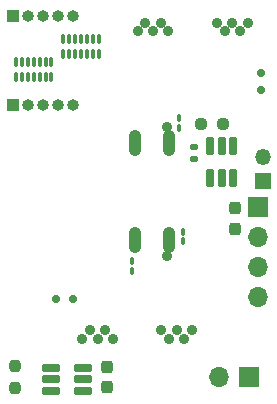
<source format=gbr>
%TF.GenerationSoftware,KiCad,Pcbnew,8.0.4*%
%TF.CreationDate,2024-08-19T21:40:42+03:00*%
%TF.ProjectId,Shield_Emergent_4,53686965-6c64-45f4-956d-657267656e74,rev?*%
%TF.SameCoordinates,Original*%
%TF.FileFunction,Soldermask,Bot*%
%TF.FilePolarity,Negative*%
%FSLAX46Y46*%
G04 Gerber Fmt 4.6, Leading zero omitted, Abs format (unit mm)*
G04 Created by KiCad (PCBNEW 8.0.4) date 2024-08-19 21:40:42*
%MOMM*%
%LPD*%
G01*
G04 APERTURE LIST*
G04 Aperture macros list*
%AMRoundRect*
0 Rectangle with rounded corners*
0 $1 Rounding radius*
0 $2 $3 $4 $5 $6 $7 $8 $9 X,Y pos of 4 corners*
0 Add a 4 corners polygon primitive as box body*
4,1,4,$2,$3,$4,$5,$6,$7,$8,$9,$2,$3,0*
0 Add four circle primitives for the rounded corners*
1,1,$1+$1,$2,$3*
1,1,$1+$1,$4,$5*
1,1,$1+$1,$6,$7*
1,1,$1+$1,$8,$9*
0 Add four rect primitives between the rounded corners*
20,1,$1+$1,$2,$3,$4,$5,0*
20,1,$1+$1,$4,$5,$6,$7,0*
20,1,$1+$1,$6,$7,$8,$9,0*
20,1,$1+$1,$8,$9,$2,$3,0*%
G04 Aperture macros list end*
%ADD10R,1.000000X1.000000*%
%ADD11O,1.000000X1.000000*%
%ADD12C,0.900000*%
%ADD13O,1.100000X2.220000*%
%ADD14R,1.700000X1.700000*%
%ADD15O,1.700000X1.700000*%
%ADD16RoundRect,0.135000X-0.185000X0.135000X-0.185000X-0.135000X0.185000X-0.135000X0.185000X0.135000X0*%
%ADD17RoundRect,0.162500X0.617500X0.162500X-0.617500X0.162500X-0.617500X-0.162500X0.617500X-0.162500X0*%
%ADD18RoundRect,0.150000X0.200000X-0.150000X0.200000X0.150000X-0.200000X0.150000X-0.200000X-0.150000X0*%
%ADD19RoundRect,0.237500X0.237500X-0.250000X0.237500X0.250000X-0.237500X0.250000X-0.237500X-0.250000X0*%
%ADD20R,1.350000X1.350000*%
%ADD21O,1.350000X1.350000*%
%ADD22RoundRect,0.100000X0.100000X-0.217500X0.100000X0.217500X-0.100000X0.217500X-0.100000X-0.217500X0*%
%ADD23RoundRect,0.237500X-0.237500X0.300000X-0.237500X-0.300000X0.237500X-0.300000X0.237500X0.300000X0*%
%ADD24RoundRect,0.075000X-0.075000X0.350000X-0.075000X-0.350000X0.075000X-0.350000X0.075000X0.350000X0*%
%ADD25RoundRect,0.162500X0.162500X-0.617500X0.162500X0.617500X-0.162500X0.617500X-0.162500X-0.617500X0*%
%ADD26RoundRect,0.100000X-0.100000X0.217500X-0.100000X-0.217500X0.100000X-0.217500X0.100000X0.217500X0*%
%ADD27RoundRect,0.075000X0.075000X-0.350000X0.075000X0.350000X-0.075000X0.350000X-0.075000X-0.350000X0*%
%ADD28RoundRect,0.237500X0.250000X0.237500X-0.250000X0.237500X-0.250000X-0.237500X0.250000X-0.237500X0*%
%ADD29RoundRect,0.150000X-0.150000X-0.200000X0.150000X-0.200000X0.150000X0.200000X-0.150000X0.200000X0*%
G04 APERTURE END LIST*
D10*
%TO.C,J4*%
X3400000Y-8600000D03*
D11*
X4670000Y-8600000D03*
X5940000Y-8600000D03*
X7210000Y-8600000D03*
X8480000Y-8600000D03*
%TD*%
D12*
%TO.C,X1*%
X16500000Y-10400000D03*
X16500000Y-21400000D03*
D13*
X16670000Y-11800000D03*
X13730000Y-11800000D03*
X16670000Y-20000000D03*
X13730000Y-20000000D03*
%TD*%
D14*
%TO.C,J2*%
X24225000Y-17200000D03*
D15*
X24225000Y-19740000D03*
X24225000Y-22280000D03*
X24225000Y-24820000D03*
%TD*%
D14*
%TO.C,J6*%
X23400000Y-31600000D03*
D15*
X20860000Y-31600000D03*
%TD*%
D10*
%TO.C,J7*%
X3450000Y-1000000D03*
D11*
X4720000Y-1000000D03*
X5990000Y-1000000D03*
X7260000Y-1000000D03*
X8530000Y-1000000D03*
%TD*%
D16*
%TO.C,R6*%
X18750000Y-12090000D03*
X18750000Y-13110000D03*
%TD*%
D17*
%TO.C,U2*%
X9350000Y-30850000D03*
X9350000Y-31800000D03*
X9350000Y-32750000D03*
X6650000Y-32750000D03*
X6650000Y-31800000D03*
X6650000Y-30850000D03*
%TD*%
D18*
%TO.C,D1*%
X24400000Y-5900000D03*
X24400000Y-7300000D03*
%TD*%
D19*
%TO.C,R8*%
X3600000Y-32512500D03*
X3600000Y-30687500D03*
%TD*%
D20*
%TO.C,J5*%
X24600000Y-15000000D03*
D21*
X24600000Y-13000000D03*
%TD*%
D12*
%TO.C,J3*%
X9300000Y-28400000D03*
X9950000Y-27650000D03*
X10600000Y-28400000D03*
X11250000Y-27650000D03*
X11900000Y-28400000D03*
X16000000Y-27650000D03*
X16650000Y-28400000D03*
X17300000Y-27650000D03*
X17950000Y-28400000D03*
X18600000Y-27650000D03*
%TD*%
D22*
%TO.C,R2*%
X17500000Y-10507500D03*
X17500000Y-9692500D03*
%TD*%
D23*
%TO.C,C3*%
X11400000Y-30737500D03*
X11400000Y-32462500D03*
%TD*%
D24*
%TO.C,U5*%
X3700000Y-4975000D03*
X4200000Y-4975000D03*
X4700000Y-4975000D03*
X5200000Y-4975000D03*
X5700000Y-4975000D03*
X6200000Y-4975000D03*
X6700000Y-4975000D03*
X6700000Y-6225000D03*
X6200000Y-6225000D03*
X5700000Y-6225000D03*
X5200000Y-6225000D03*
X4700000Y-6225000D03*
X4200000Y-6225000D03*
X3700000Y-6225000D03*
%TD*%
D12*
%TO.C,J1*%
X23300000Y-1600000D03*
X22650000Y-2350000D03*
X22000000Y-1600000D03*
X21350000Y-2350000D03*
X20700000Y-1600000D03*
X16600000Y-2350000D03*
X15950000Y-1600000D03*
X15300000Y-2350000D03*
X14650000Y-1600000D03*
X14000000Y-2350000D03*
%TD*%
D25*
%TO.C,U1*%
X22054522Y-14750000D03*
X21104522Y-14750000D03*
X20154522Y-14750000D03*
X20154522Y-12050000D03*
X21104522Y-12050000D03*
X22054522Y-12050000D03*
%TD*%
D26*
%TO.C,R3*%
X13550000Y-21792500D03*
X13550000Y-22607500D03*
%TD*%
D23*
%TO.C,C2*%
X22250000Y-17337500D03*
X22250000Y-19062500D03*
%TD*%
D27*
%TO.C,U6*%
X10700000Y-4225000D03*
X10200000Y-4225000D03*
X9700000Y-4225000D03*
X9200000Y-4225000D03*
X8700000Y-4225000D03*
X8200000Y-4225000D03*
X7700000Y-4225000D03*
X7700000Y-2975000D03*
X8200000Y-2975000D03*
X8700000Y-2975000D03*
X9200000Y-2975000D03*
X9700000Y-2975000D03*
X10200000Y-2975000D03*
X10700000Y-2975000D03*
%TD*%
D28*
%TO.C,R4*%
X21217022Y-10200000D03*
X19392022Y-10200000D03*
%TD*%
D22*
%TO.C,R5*%
X17800000Y-20107500D03*
X17800000Y-19292500D03*
%TD*%
D29*
%TO.C,D2*%
X8500000Y-25000000D03*
X7100000Y-25000000D03*
%TD*%
M02*

</source>
